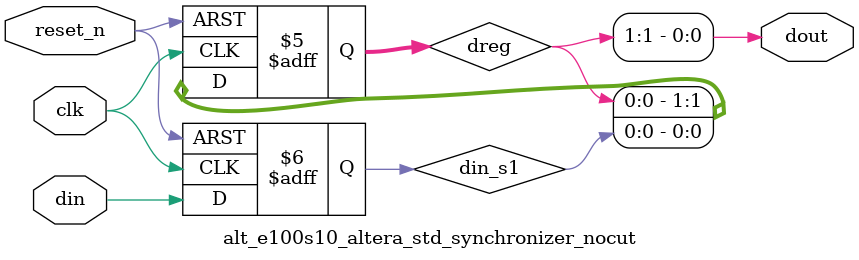
<source format=v>



`timescale 1ns / 1ns

module alt_e100s10_altera_std_synchronizer_nocut (
                                clk, 
                                reset_n, 
                                din, 
                                dout
                                );

   parameter DEPTH = 3; // This value must be >= 2 !
   parameter RST_VALUE = 0;     
     
   input   clk;
   input   reset_n;    
   input   din;
   output  dout;
   
   // QuartusII synthesis directives:
   //     1. Preserve all registers ie. do not touch them.
   //     2. Do not merge other flip-flops with synchronizer flip-flops.
   // QuartusII TimeQuest directives:
   //     1. Identify all flip-flops in this module as members of the synchronizer 
   //        to enable automatic metastability MTBF analysis.

   (* altera_attribute = {"-name ADV_NETLIST_OPT_ALLOWED NEVER_ALLOW; -name SYNCHRONIZER_IDENTIFICATION FORCED; -name DONT_MERGE_REGISTER ON; -name PRESERVE_REGISTER ON  "} *) reg din_s1;

   (* altera_attribute = {"-name ADV_NETLIST_OPT_ALLOWED NEVER_ALLOW; -name DONT_MERGE_REGISTER ON; -name PRESERVE_REGISTER ON"} *) reg [DEPTH-2:0] dreg;    
   
   //synthesis translate_off
   initial begin
      if (DEPTH <2) begin
         $display("%m: Error: synchronizer length: %0d less than 2.", DEPTH);
      end
   end

   // the first synchronizer register is either a simple D flop for synthesis
   // and non-metastable simulation or a D flop with a method to inject random
   // metastable events resulting in random delay of [0,1] cycles
   
`ifdef __ALTERA_STD__METASTABLE_SIM

   reg[31:0]  RANDOM_SEED = 123456;      
   wire  next_din_s1;
   wire  dout;
   reg   din_last;
   reg          random;
   event metastable_event; // hook for debug monitoring

   initial begin
      $display("%m: Info: Metastable event injection simulation mode enabled");
   end
   
   always @(posedge clk) begin
      if (reset_n == 0)
        random <= $random(RANDOM_SEED);
      else
        random <= $random;
   end

   assign next_din_s1 = (din_last ^ din) ? random : din;   

   always @(posedge clk or negedge reset_n) begin
       if (reset_n == 0) 
         din_last <= (RST_VALUE == 0)? 1'b0 : 1'b1;
       else
         din_last <= din;
   end

   always @(posedge clk or negedge reset_n) begin
       if (reset_n == 0) 
         din_s1 <= (RST_VALUE == 0)? 1'b0 : 1'b1;
       else
         din_s1 <= next_din_s1;
   end
   
`else 

   //synthesis translate_on   
   generate if (RST_VALUE == 0)
       always @(posedge clk or negedge reset_n) begin
           if (reset_n == 0) 
             din_s1 <= 1'b0;
           else
             din_s1 <= din;
       end
   endgenerate
   
   generate if (RST_VALUE == 1)
       always @(posedge clk or negedge reset_n) begin
           if (reset_n == 0) 
             din_s1 <= 1'b1;
           else
             din_s1 <= din;
       end
   endgenerate
   //synthesis translate_off      

`endif

`ifdef __ALTERA_STD__METASTABLE_SIM_VERBOSE
   always @(*) begin
      if (reset_n && (din_last != din) && (random != din)) begin
         $display("%m: Verbose Info: metastable event @ time %t", $time);
         ->metastable_event;
      end
   end      
`endif

   //synthesis translate_on

   // the remaining synchronizer registers form a simple shift register
   // of length DEPTH-1
   generate if (RST_VALUE == 0)
      if (DEPTH < 3) begin
         always @(posedge clk or negedge reset_n) begin
            if (reset_n == 0) 
              dreg <= {DEPTH-1{1'b0}};            
            else
              dreg <= din_s1;
         end         
      end else begin
         always @(posedge clk or negedge reset_n) begin
            if (reset_n == 0) 
              dreg <= {DEPTH-1{1'b0}};
            else
              dreg <= {dreg[DEPTH-3:0], din_s1};
         end
      end
   endgenerate
   
   generate if (RST_VALUE == 1)
      if (DEPTH < 3) begin
         always @(posedge clk or negedge reset_n) begin
            if (reset_n == 0) 
              dreg <= {DEPTH-1{1'b1}};            
            else
              dreg <= din_s1;
         end         
      end else begin
         always @(posedge clk or negedge reset_n) begin
            if (reset_n == 0) 
              dreg <= {DEPTH-1{1'b1}};
            else
              dreg <= {dreg[DEPTH-3:0], din_s1};
         end
      end
   endgenerate

   assign dout = dreg[DEPTH-2];
   
endmodule 


                        

</source>
